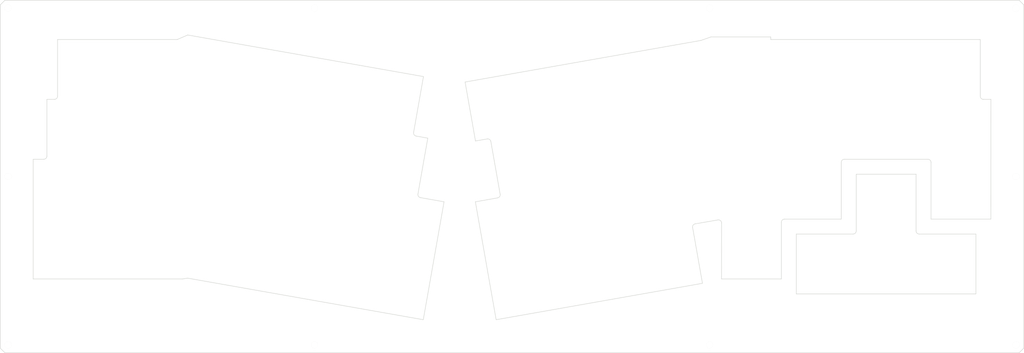
<source format=kicad_pcb>
(kicad_pcb (version 20171130) (host pcbnew "(5.1.10)-1")

  (general
    (thickness 1.6)
    (drawings 70)
    (tracks 0)
    (zones 0)
    (modules 10)
    (nets 1)
  )

  (page A3)
  (layers
    (0 F.Cu signal)
    (31 B.Cu signal)
    (32 B.Adhes user)
    (33 F.Adhes user)
    (34 B.Paste user)
    (35 F.Paste user)
    (36 B.SilkS user)
    (37 F.SilkS user)
    (38 B.Mask user)
    (39 F.Mask user)
    (40 Dwgs.User user)
    (41 Cmts.User user)
    (42 Eco1.User user)
    (43 Eco2.User user)
    (44 Edge.Cuts user)
    (45 Margin user)
    (46 B.CrtYd user)
    (47 F.CrtYd user)
    (48 B.Fab user)
    (49 F.Fab user)
  )

  (setup
    (last_trace_width 0.25)
    (user_trace_width 0.5)
    (user_trace_width 0.5)
    (trace_clearance 0.2)
    (zone_clearance 0.508)
    (zone_45_only no)
    (trace_min 0.2)
    (via_size 0.8)
    (via_drill 0.4)
    (via_min_size 0.4)
    (via_min_drill 0.3)
    (uvia_size 0.3)
    (uvia_drill 0.1)
    (uvias_allowed no)
    (uvia_min_size 0.2)
    (uvia_min_drill 0.1)
    (edge_width 0.1)
    (segment_width 0.2)
    (pcb_text_width 0.3)
    (pcb_text_size 1.5 1.5)
    (mod_edge_width 0.15)
    (mod_text_size 1 1)
    (mod_text_width 0.15)
    (pad_size 2.2 2.2)
    (pad_drill 2.2)
    (pad_to_mask_clearance 0)
    (aux_axis_origin 0 0)
    (visible_elements 7FFFFFFF)
    (pcbplotparams
      (layerselection 0x01000_7ffffffe)
      (usegerberextensions true)
      (usegerberattributes false)
      (usegerberadvancedattributes false)
      (creategerberjobfile false)
      (excludeedgelayer true)
      (linewidth 0.100000)
      (plotframeref false)
      (viasonmask false)
      (mode 1)
      (useauxorigin false)
      (hpglpennumber 1)
      (hpglpenspeed 20)
      (hpglpendiameter 15.000000)
      (psnegative false)
      (psa4output false)
      (plotreference true)
      (plotvalue true)
      (plotinvisibletext false)
      (padsonsilk false)
      (subtractmaskfromsilk false)
      (outputformat 4)
      (mirror false)
      (drillshape 0)
      (scaleselection 1)
      (outputdirectory "C:/Users/サリチル酸/Desktop/"))
  )

  (net 0 "")

  (net_class Default "これはデフォルトのネット クラスです。"
    (clearance 0.2)
    (trace_width 0.25)
    (via_dia 0.8)
    (via_drill 0.4)
    (uvia_dia 0.3)
    (uvia_drill 0.1)
  )

  (module kbd:HOLE_m2_Outline (layer F.Cu) (tedit 5DA73E67) (tstamp 60A2FDC4)
    (at 331.825 120.25)
    (descr "Mounting Hole 2.2mm, no annular, M2")
    (tags "mounting hole 2.2mm no annular m2")
    (path /629E70FB)
    (attr virtual)
    (fp_text reference J17 (at 0 -3.2) (layer F.Fab) hide
      (effects (font (size 1 1) (thickness 0.15)))
    )
    (fp_text value Conn_01x01 (at 0 3.2) (layer F.Fab) hide
      (effects (font (size 1 1) (thickness 0.15)))
    )
    (fp_circle (center 0 0) (end 1.1 0) (layer Edge.Cuts) (width 0.01))
    (fp_text user %R (at 0.3 0) (layer F.Fab) hide
      (effects (font (size 1 1) (thickness 0.15)))
    )
  )

  (module kbd:HOLE_m2_Outline (layer F.Cu) (tedit 5DA73E67) (tstamp 60A2FDBE)
    (at 331.825 66.65)
    (descr "Mounting Hole 2.2mm, no annular, M2")
    (tags "mounting hole 2.2mm no annular m2")
    (path /629E70E7)
    (attr virtual)
    (fp_text reference J16 (at 0 -3.2) (layer F.Fab) hide
      (effects (font (size 1 1) (thickness 0.15)))
    )
    (fp_text value Conn_01x01 (at 0 3.2) (layer F.Fab) hide
      (effects (font (size 1 1) (thickness 0.15)))
    )
    (fp_circle (center 0 0) (end 1.1 0) (layer Edge.Cuts) (width 0.01))
    (fp_text user %R (at 0.3 0) (layer F.Fab) hide
      (effects (font (size 1 1) (thickness 0.15)))
    )
  )

  (module kbd:HOLE_m2_Outline (layer F.Cu) (tedit 5DA73E67) (tstamp 60A2FDB8)
    (at 331.825 13.05)
    (descr "Mounting Hole 2.2mm, no annular, M2")
    (tags "mounting hole 2.2mm no annular m2")
    (path /5CC9EE7D)
    (attr virtual)
    (fp_text reference J15 (at 0 -3.2) (layer F.Fab) hide
      (effects (font (size 1 1) (thickness 0.15)))
    )
    (fp_text value Conn_01x01 (at 0 3.2) (layer F.Fab) hide
      (effects (font (size 1 1) (thickness 0.15)))
    )
    (fp_circle (center 0 0) (end 1.1 0) (layer Edge.Cuts) (width 0.01))
    (fp_text user %R (at 0.3 0) (layer F.Fab) hide
      (effects (font (size 1 1) (thickness 0.15)))
    )
  )

  (module kbd:HOLE_m2_Outline (layer F.Cu) (tedit 5DA73E67) (tstamp 60A2FDB2)
    (at 234.325 120.25)
    (descr "Mounting Hole 2.2mm, no annular, M2")
    (tags "mounting hole 2.2mm no annular m2")
    (path /5CC48CD6)
    (attr virtual)
    (fp_text reference J14 (at 0 -3.2) (layer F.Fab) hide
      (effects (font (size 1 1) (thickness 0.15)))
    )
    (fp_text value Conn_01x01 (at 0 3.2) (layer F.Fab) hide
      (effects (font (size 1 1) (thickness 0.15)))
    )
    (fp_circle (center 0 0) (end 1.1 0) (layer Edge.Cuts) (width 0.01))
    (fp_text user %R (at 0.3 0) (layer F.Fab) hide
      (effects (font (size 1 1) (thickness 0.15)))
    )
  )

  (module kbd:HOLE_m2_Outline (layer F.Cu) (tedit 5DA73E67) (tstamp 60A2FDAC)
    (at 108.575 120.25)
    (descr "Mounting Hole 2.2mm, no annular, M2")
    (tags "mounting hole 2.2mm no annular m2")
    (path /629102FD)
    (attr virtual)
    (fp_text reference J13 (at 0 -3.2) (layer F.Fab) hide
      (effects (font (size 1 1) (thickness 0.15)))
    )
    (fp_text value Conn_01x01 (at 0 3.2) (layer F.Fab) hide
      (effects (font (size 1 1) (thickness 0.15)))
    )
    (fp_circle (center 0 0) (end 1.1 0) (layer Edge.Cuts) (width 0.01))
    (fp_text user %R (at 0.3 0) (layer F.Fab) hide
      (effects (font (size 1 1) (thickness 0.15)))
    )
  )

  (module kbd:HOLE_m2_Outline (layer F.Cu) (tedit 5DA73E67) (tstamp 60A2FDA6)
    (at 234.325 13.05)
    (descr "Mounting Hole 2.2mm, no annular, M2")
    (tags "mounting hole 2.2mm no annular m2")
    (path /629102E9)
    (attr virtual)
    (fp_text reference J12 (at 0 -3.2) (layer F.Fab) hide
      (effects (font (size 1 1) (thickness 0.15)))
    )
    (fp_text value Conn_01x01 (at 0 3.2) (layer F.Fab) hide
      (effects (font (size 1 1) (thickness 0.15)))
    )
    (fp_circle (center 0 0) (end 1.1 0) (layer Edge.Cuts) (width 0.01))
    (fp_text user %R (at 0.3 0) (layer F.Fab) hide
      (effects (font (size 1 1) (thickness 0.15)))
    )
  )

  (module kbd:HOLE_m2_Outline (layer F.Cu) (tedit 5DA73E67) (tstamp 60A2FDA0)
    (at 108.575 13.05)
    (descr "Mounting Hole 2.2mm, no annular, M2")
    (tags "mounting hole 2.2mm no annular m2")
    (path /64540392)
    (attr virtual)
    (fp_text reference J11 (at 0 -3.2) (layer F.Fab) hide
      (effects (font (size 1 1) (thickness 0.15)))
    )
    (fp_text value Conn_01x01 (at 0 3.2) (layer F.Fab) hide
      (effects (font (size 1 1) (thickness 0.15)))
    )
    (fp_circle (center 0 0) (end 1.1 0) (layer Edge.Cuts) (width 0.01))
    (fp_text user %R (at 0.3 0) (layer F.Fab) hide
      (effects (font (size 1 1) (thickness 0.15)))
    )
  )

  (module kbd:HOLE_m2_Outline (layer F.Cu) (tedit 5DA73E67) (tstamp 60A2FD9A)
    (at 11.075 120.25)
    (descr "Mounting Hole 2.2mm, no annular, M2")
    (tags "mounting hole 2.2mm no annular m2")
    (path /6454037E)
    (attr virtual)
    (fp_text reference J10 (at 0 -3.2) (layer F.Fab) hide
      (effects (font (size 1 1) (thickness 0.15)))
    )
    (fp_text value Conn_01x01 (at 0 3.2) (layer F.Fab) hide
      (effects (font (size 1 1) (thickness 0.15)))
    )
    (fp_circle (center 0 0) (end 1.1 0) (layer Edge.Cuts) (width 0.01))
    (fp_text user %R (at 0.3 0) (layer F.Fab) hide
      (effects (font (size 1 1) (thickness 0.15)))
    )
  )

  (module kbd:HOLE_m2_Outline (layer F.Cu) (tedit 5DA73E67) (tstamp 60A2FD94)
    (at 11.075 66.65)
    (descr "Mounting Hole 2.2mm, no annular, M2")
    (tags "mounting hole 2.2mm no annular m2")
    (path /629E7105)
    (attr virtual)
    (fp_text reference J9 (at 0 -3.2) (layer F.Fab) hide
      (effects (font (size 1 1) (thickness 0.15)))
    )
    (fp_text value Conn_01x01 (at 0 3.2) (layer F.Fab) hide
      (effects (font (size 1 1) (thickness 0.15)))
    )
    (fp_circle (center 0 0) (end 1.1 0) (layer Edge.Cuts) (width 0.01))
    (fp_text user %R (at 0.3 0) (layer F.Fab) hide
      (effects (font (size 1 1) (thickness 0.15)))
    )
  )

  (module kbd:HOLE_m2_Outline (layer F.Cu) (tedit 5DA73E67) (tstamp 60A2FD8E)
    (at 11.075 13.05)
    (descr "Mounting Hole 2.2mm, no annular, M2")
    (tags "mounting hole 2.2mm no annular m2")
    (path /629E70F1)
    (attr virtual)
    (fp_text reference J8 (at 0 -3.2) (layer F.Fab) hide
      (effects (font (size 1 1) (thickness 0.15)))
    )
    (fp_text value Conn_01x01 (at 0 3.2) (layer F.Fab) hide
      (effects (font (size 1 1) (thickness 0.15)))
    )
    (fp_circle (center 0 0) (end 1.1 0) (layer Edge.Cuts) (width 0.01))
    (fp_text user %R (at 0.3 0) (layer F.Fab) hide
      (effects (font (size 1 1) (thickness 0.15)))
    )
  )

  (gr_arc (start 141.114808 52.793648) (end 140.13 52.62) (angle -90) (layer Edge.Cuts) (width 0.15) (tstamp 60E5035A))
  (gr_arc (start 142.493648 72.385192) (end 141.50884 72.211544) (angle -90) (layer Edge.Cuts) (width 0.15) (tstamp 60E50339))
  (gr_arc (start 25.8125 41.1) (end 25.8125 42.1) (angle -90) (layer Edge.Cuts) (width 0.15) (tstamp 60E50300))
  (gr_arc (start 22.43125 60.15) (end 22.43125 61.15) (angle -90) (layer Edge.Cuts) (width 0.15) (tstamp 60E502F2))
  (gr_arc (start 163.723648 55.674808) (end 164.708456 55.50116) (angle -90) (layer Edge.Cuts) (width 0.15) (tstamp 60E5029D))
  (gr_arc (start 166.686352 72.465192) (end 166.86 73.45) (angle -90) (layer Edge.Cuts) (width 0.15) (tstamp 60E50266))
  (gr_arc (start 229.903648 82.694808) (end 229.73 81.71) (angle -90) (layer Edge.Cuts) (width 0.15) (tstamp 60E5022D))
  (gr_arc (start 237.135308 81.45) (end 238.135308 81.45) (angle -97.77514048) (layer Edge.Cuts) (width 0.15) (tstamp 60E50158))
  (gr_arc (start 321.46875 41.1) (end 320.46875 41.1) (angle -90) (layer Edge.Cuts) (width 0.15) (tstamp 60E50139))
  (gr_arc (start 279.98125 83.9625) (end 279.98125 84.9625) (angle -90) (layer Edge.Cuts) (width 0.15) (tstamp 60E50117))
  (gr_arc (start 301.03125 83.9625) (end 300.03125 83.9625) (angle -90) (layer Edge.Cuts) (width 0.15) (tstamp 60E500FF))
  (gr_arc (start 303.79375 62.15) (end 304.79375 62.15) (angle -90) (layer Edge.Cuts) (width 0.15) (tstamp 60E500F4))
  (gr_arc (start 277.225 62.15) (end 277.225 61.15) (angle -90) (layer Edge.Cuts) (width 0.15) (tstamp 60E500ED))
  (gr_arc (start 258.175 81.2) (end 258.175 80.2) (angle -90) (layer Edge.Cuts) (width 0.15))
  (gr_line (start 228.91884 82.868456) (end 232.057831 100.639372) (layer Edge.Cuts) (width 0.15))
  (gr_line (start 237.000022 80.459193) (end 229.73 81.71) (layer Edge.Cuts) (width 0.15))
  (gr_line (start 238.125 99.25) (end 238.135308 81.45) (layer Edge.Cuts) (width 0.15))
  (gr_line (start 323.85 42.1) (end 323.84375 80.2) (layer Edge.Cuts) (width 0.15))
  (gr_line (start 321.46875 42.1) (end 323.85 42.1) (layer Edge.Cuts) (width 0.15))
  (gr_line (start 320.46875 23.05) (end 320.46875 41.1) (layer Edge.Cuts) (width 0.15))
  (gr_line (start 253.79375 23.05) (end 320.46875 23.05) (layer Edge.Cuts) (width 0.15))
  (gr_line (start 253.79375 22.23125) (end 253.79375 23.05) (layer Edge.Cuts) (width 0.15))
  (gr_line (start 234.74375 22.23125) (end 253.79375 22.23125) (layer Edge.Cuts) (width 0.15))
  (gr_line (start 231.553813 23.345344) (end 234.74375 22.23125) (layer Edge.Cuts) (width 0.15))
  (gr_line (start 156.511462 36.577334) (end 231.553813 23.345344) (layer Edge.Cuts) (width 0.15))
  (gr_line (start 159.81946 55.337922) (end 156.511462 36.577334) (layer Edge.Cuts) (width 0.15))
  (gr_line (start 163.55 54.69) (end 159.81946 55.337922) (layer Edge.Cuts) (width 0.15))
  (gr_line (start 167.67116 72.291544) (end 164.708456 55.50116) (layer Edge.Cuts) (width 0.15))
  (gr_line (start 159.784958 74.699761) (end 166.86 73.45) (layer Edge.Cuts) (width 0.15))
  (gr_line (start 166.395775 112.217364) (end 159.784958 74.699761) (layer Edge.Cuts) (width 0.15))
  (gr_line (start 232.057831 100.639372) (end 166.395775 112.217364) (layer Edge.Cuts) (width 0.15))
  (gr_line (start 257.175 99.25) (end 238.125 99.25) (layer Edge.Cuts) (width 0.15))
  (gr_line (start 257.175 81.2) (end 257.175 99.25) (layer Edge.Cuts) (width 0.15))
  (gr_line (start 276.225 80.2) (end 258.175 80.2) (layer Edge.Cuts) (width 0.15))
  (gr_line (start 276.225 62.15) (end 276.225 80.2) (layer Edge.Cuts) (width 0.15))
  (gr_line (start 303.79375 61.15) (end 277.225 61.15) (layer Edge.Cuts) (width 0.15))
  (gr_line (start 304.79375 80.2) (end 304.79375 62.15) (layer Edge.Cuts) (width 0.15))
  (gr_line (start 323.84375 80.2) (end 304.79375 80.2) (layer Edge.Cuts) (width 0.15))
  (gr_line (start 261.93125 104.0125) (end 319.08125 104.0125) (layer Edge.Cuts) (width 0.15))
  (gr_line (start 261.93125 84.9625) (end 261.93125 104.0125) (layer Edge.Cuts) (width 0.15))
  (gr_line (start 279.98125 84.9625) (end 261.93125 84.9625) (layer Edge.Cuts) (width 0.15))
  (gr_line (start 280.98125 65.9125) (end 280.98125 83.9625) (layer Edge.Cuts) (width 0.15))
  (gr_line (start 300.03125 65.9125) (end 280.98125 65.9125) (layer Edge.Cuts) (width 0.15))
  (gr_line (start 300.03125 83.9625) (end 300.03125 65.9125) (layer Edge.Cuts) (width 0.15))
  (gr_line (start 319.08125 84.9625) (end 301.03125 84.9625) (layer Edge.Cuts) (width 0.15))
  (gr_line (start 319.08125 104.0125) (end 319.08125 84.9625) (layer Edge.Cuts) (width 0.15))
  (gr_line (start 19.05 61.15) (end 19.05 99.25) (layer Edge.Cuts) (width 0.15) (tstamp 60C6497F))
  (gr_line (start 22.43125 61.15) (end 19.05 61.15) (layer Edge.Cuts) (width 0.15))
  (gr_line (start 23.43125 42.1) (end 23.43125 60.15) (layer Edge.Cuts) (width 0.15))
  (gr_line (start 25.8125 42.1) (end 23.43125 42.1) (layer Edge.Cuts) (width 0.15))
  (gr_line (start 26.8125 23.05) (end 26.8125 41.1) (layer Edge.Cuts) (width 0.15))
  (gr_line (start 64.9125 23.05) (end 26.8125 23.05) (layer Edge.Cuts) (width 0.15))
  (gr_line (start 68.224183 21.612367) (end 64.9125 23.05) (layer Edge.Cuts) (width 0.15))
  (gr_line (start 143.266534 34.844359) (end 68.224183 21.612367) (layer Edge.Cuts) (width 0.15))
  (gr_line (start 140.13 52.62) (end 143.266534 34.844359) (layer Edge.Cuts) (width 0.15))
  (gr_line (start 144.641036 54.436197) (end 140.94116 53.778456) (layer Edge.Cuts) (width 0.15))
  (gr_line (start 141.50884 72.211544) (end 144.641036 54.436197) (layer Edge.Cuts) (width 0.15))
  (gr_line (start 149.818038 74.698034) (end 142.32 73.37) (layer Edge.Cuts) (width 0.15))
  (gr_line (start 143.211327 112.2216) (end 149.818038 74.698034) (layer Edge.Cuts) (width 0.15))
  (gr_line (start 68.168977 98.989607) (end 143.211327 112.2216) (layer Edge.Cuts) (width 0.15))
  (gr_line (start 66.675 99.25) (end 68.168977 98.989607) (layer Edge.Cuts) (width 0.15))
  (gr_line (start 19.05 99.25) (end 66.675 99.25) (layer Edge.Cuts) (width 0.15))
  (gr_line (start 10.075 122.75) (end 8.575 121.25) (layer Edge.Cuts) (width 0.15) (tstamp 60883451))
  (gr_line (start 334.325 12.05) (end 332.825 10.55) (layer Edge.Cuts) (width 0.15) (tstamp 60883444))
  (gr_line (start 8.575 12.05) (end 10.075 10.55) (layer Edge.Cuts) (width 0.15) (tstamp 60883437))
  (gr_line (start 332.825 122.75) (end 334.325 121.25) (layer Edge.Cuts) (width 0.15))
  (gr_line (start 10.075 122.75) (end 332.825 122.75) (layer Edge.Cuts) (width 0.15))
  (gr_line (start 8.575 12.05) (end 8.575 121.25) (layer Edge.Cuts) (width 0.15))
  (gr_line (start 332.825 10.55) (end 10.075 10.55) (layer Edge.Cuts) (width 0.15))
  (gr_line (start 334.325 121.25) (end 334.325 12.05) (layer Edge.Cuts) (width 0.15))

)

</source>
